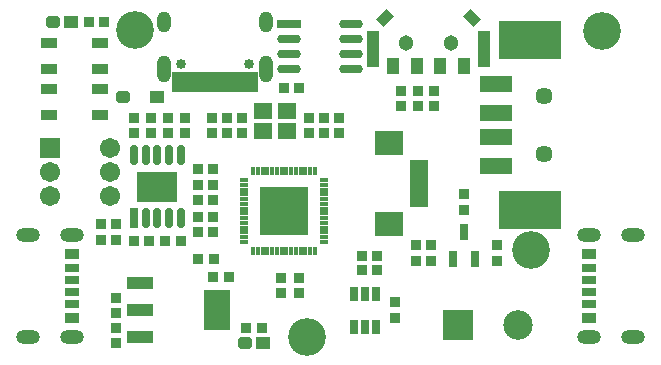
<source format=gts>
G04*
G04 #@! TF.GenerationSoftware,Altium Limited,Altium Designer,22.2.1 (43)*
G04*
G04 Layer_Color=8388736*
%FSLAX25Y25*%
%MOIN*%
G70*
G04*
G04 #@! TF.SameCoordinates,7E0105E5-CDA3-4412-BB16-D98C73C22E17*
G04*
G04*
G04 #@! TF.FilePolarity,Negative*
G04*
G01*
G75*
%ADD55R,0.03800X0.03800*%
G04:AMPARAMS|DCode=56|XSize=48mil|YSize=43mil|CornerRadius=0mil|HoleSize=0mil|Usage=FLASHONLY|Rotation=180.000|XOffset=0mil|YOffset=0mil|HoleType=Round|Shape=Octagon|*
%AMOCTAGOND56*
4,1,8,-0.02400,0.01075,-0.02400,-0.01075,-0.01325,-0.02150,0.01325,-0.02150,0.02400,-0.01075,0.02400,0.01075,0.01325,0.02150,-0.01325,0.02150,-0.02400,0.01075,0.0*
%
%ADD56OCTAGOND56*%

%ADD57R,0.04800X0.04300*%
%ADD58R,0.16148X0.16148*%
%ADD59R,0.01187X0.03018*%
%ADD60R,0.03018X0.01187*%
%ADD61R,0.03800X0.03800*%
%ADD62R,0.05120X0.03550*%
%ADD63R,0.05120X0.03160*%
%ADD64R,0.02965X0.06706*%
%ADD65O,0.02965X0.06706*%
%ADD66R,0.13398X0.09855*%
%ADD67R,0.02769X0.05524*%
%ADD68R,0.05918X0.01981*%
%ADD69R,0.09461X0.07887*%
%ADD70R,0.02572X0.04737*%
%ADD71R,0.03943X0.12211*%
%ADD72R,0.04337X0.05518*%
G04:AMPARAMS|DCode=73|XSize=51.24mil|YSize=35.5mil|CornerRadius=0mil|HoleSize=0mil|Usage=FLASHONLY|Rotation=45.000|XOffset=0mil|YOffset=0mil|HoleType=Round|Shape=Rectangle|*
%AMROTATEDRECTD73*
4,1,4,-0.00557,-0.03067,-0.03067,-0.00557,0.00557,0.03067,0.03067,0.00557,-0.00557,-0.03067,0.0*
%
%ADD73ROTATEDRECTD73*%

G04:AMPARAMS|DCode=74|XSize=51.24mil|YSize=35.5mil|CornerRadius=0mil|HoleSize=0mil|Usage=FLASHONLY|Rotation=315.000|XOffset=0mil|YOffset=0mil|HoleType=Round|Shape=Rectangle|*
%AMROTATEDRECTD74*
4,1,4,-0.03067,0.00557,-0.00557,0.03067,0.03067,-0.00557,0.00557,-0.03067,-0.03067,0.00557,0.0*
%
%ADD74ROTATEDRECTD74*%

%ADD75R,0.05918X0.05524*%
%ADD76R,0.08674X0.04147*%
%ADD77R,0.08674X0.13398*%
%ADD78R,0.04737X0.03950*%
G04:AMPARAMS|DCode=79|XSize=47.37mil|YSize=39.5mil|CornerRadius=0mil|HoleSize=0mil|Usage=FLASHONLY|Rotation=180.000|XOffset=0mil|YOffset=0mil|HoleType=Round|Shape=Octagon|*
%AMOCTAGOND79*
4,1,8,-0.02368,0.00987,-0.02368,-0.00987,-0.01381,-0.01975,0.01381,-0.01975,0.02368,-0.00987,0.02368,0.00987,0.01381,0.01975,-0.01381,0.01975,-0.02368,0.00987,0.0*
%
%ADD79OCTAGOND79*%

%ADD80R,0.01981X0.06706*%
%ADD81R,0.07887X0.02965*%
%ADD82O,0.07887X0.02965*%
%ADD83R,0.05524X0.03359*%
%ADD84R,0.10642X0.05524*%
%ADD85R,0.21076X0.12611*%
%ADD86O,0.07880X0.04730*%
%ADD87R,0.09855X0.09855*%
%ADD88C,0.09855*%
%ADD89C,0.05131*%
%ADD90C,0.06706*%
%ADD91R,0.06706X0.06706*%
%ADD92C,0.12611*%
%ADD93C,0.05721*%
%ADD94O,0.04737X0.09068*%
%ADD95O,0.04737X0.07099*%
%ADD96C,0.03359*%
D55*
X23118Y113000D02*
D03*
X18000D02*
D03*
X70441Y11000D02*
D03*
X75559D02*
D03*
X109000Y35000D02*
D03*
X114118D02*
D03*
X82882Y91000D02*
D03*
X88000D02*
D03*
X54289Y64000D02*
D03*
X59407D02*
D03*
X54289Y58775D02*
D03*
X59407D02*
D03*
X54289Y53549D02*
D03*
X59407D02*
D03*
X64559Y28000D02*
D03*
X59441D02*
D03*
X54441Y34000D02*
D03*
X59559D02*
D03*
X48614Y40033D02*
D03*
X43496D02*
D03*
X38118Y40000D02*
D03*
X33000D02*
D03*
X114142Y30382D02*
D03*
X109024D02*
D03*
D56*
X6000Y113000D02*
D03*
X70000Y6000D02*
D03*
D57*
X12000Y113000D02*
D03*
X76000Y6000D02*
D03*
D58*
X83000Y50001D02*
D03*
D59*
X72764Y63416D02*
D03*
X74338D02*
D03*
X75913D02*
D03*
X77488D02*
D03*
X79063D02*
D03*
X80638D02*
D03*
X82212D02*
D03*
X83787D02*
D03*
X85362D02*
D03*
X86937D02*
D03*
X88512D02*
D03*
X90086D02*
D03*
X91661D02*
D03*
X93236D02*
D03*
Y36585D02*
D03*
X91661D02*
D03*
X90086D02*
D03*
X88512D02*
D03*
X86937D02*
D03*
X85362D02*
D03*
X83787D02*
D03*
X82212D02*
D03*
X80638D02*
D03*
X79063D02*
D03*
X77488D02*
D03*
X75913D02*
D03*
X74338D02*
D03*
X72764D02*
D03*
D60*
X96415Y60237D02*
D03*
Y58662D02*
D03*
Y57087D02*
D03*
Y55513D02*
D03*
Y53938D02*
D03*
Y52363D02*
D03*
Y50788D02*
D03*
Y49213D02*
D03*
Y47639D02*
D03*
Y46064D02*
D03*
Y44489D02*
D03*
Y42914D02*
D03*
Y41339D02*
D03*
Y39765D02*
D03*
X69584D02*
D03*
Y41339D02*
D03*
Y42914D02*
D03*
Y44489D02*
D03*
Y46064D02*
D03*
Y47639D02*
D03*
Y49213D02*
D03*
Y50788D02*
D03*
Y52363D02*
D03*
Y53938D02*
D03*
Y55513D02*
D03*
Y57087D02*
D03*
Y58662D02*
D03*
Y60237D02*
D03*
D61*
X27000Y21118D02*
D03*
Y16000D02*
D03*
X143000Y50441D02*
D03*
Y55559D02*
D03*
X154000Y38535D02*
D03*
Y33417D02*
D03*
X132000Y38559D02*
D03*
Y33441D02*
D03*
X127000Y38559D02*
D03*
Y33441D02*
D03*
X88098Y22615D02*
D03*
Y27733D02*
D03*
X82098Y22615D02*
D03*
Y27733D02*
D03*
X120000Y19559D02*
D03*
Y14441D02*
D03*
X127500Y84882D02*
D03*
Y90000D02*
D03*
X122000Y84882D02*
D03*
Y90000D02*
D03*
X101485Y80976D02*
D03*
Y75858D02*
D03*
X96485Y81000D02*
D03*
Y75882D02*
D03*
X91485D02*
D03*
Y81000D02*
D03*
X69000D02*
D03*
Y75882D02*
D03*
X64000D02*
D03*
Y81000D02*
D03*
X59000D02*
D03*
Y75882D02*
D03*
X50000D02*
D03*
Y81000D02*
D03*
X44322Y75882D02*
D03*
Y81000D02*
D03*
X38678Y75858D02*
D03*
Y80976D02*
D03*
X33000Y75858D02*
D03*
Y80976D02*
D03*
X59348Y42882D02*
D03*
Y48000D02*
D03*
X54290Y42882D02*
D03*
Y48000D02*
D03*
X27000Y45559D02*
D03*
Y40441D02*
D03*
X22000Y45559D02*
D03*
Y40441D02*
D03*
X133000Y90000D02*
D03*
X27000Y11118D02*
D03*
X133000Y84882D02*
D03*
X27000Y6000D02*
D03*
D62*
X12480Y35630D02*
D03*
Y14370D02*
D03*
X184520D02*
D03*
Y35630D02*
D03*
D63*
X12480Y30910D02*
D03*
Y26970D02*
D03*
Y23030D02*
D03*
Y19090D02*
D03*
X184520D02*
D03*
Y23030D02*
D03*
Y26970D02*
D03*
Y30910D02*
D03*
D64*
X32897Y47642D02*
D03*
D65*
X36834D02*
D03*
X40771D02*
D03*
X48645D02*
D03*
X44708D02*
D03*
X32897Y68527D02*
D03*
X36834D02*
D03*
X48645D02*
D03*
X44708D02*
D03*
X40771D02*
D03*
D66*
Y58084D02*
D03*
D67*
X143000Y42910D02*
D03*
X146740Y33910D02*
D03*
X139260D02*
D03*
D68*
X127941Y52231D02*
D03*
Y66011D02*
D03*
Y64042D02*
D03*
Y62074D02*
D03*
Y60105D02*
D03*
Y58137D02*
D03*
Y56168D02*
D03*
Y54200D02*
D03*
D69*
X118110Y72507D02*
D03*
X118110Y45735D02*
D03*
D70*
X113740Y11500D02*
D03*
X110000D02*
D03*
X106260D02*
D03*
Y22500D02*
D03*
X110000D02*
D03*
X113740D02*
D03*
D71*
X149694Y104146D02*
D03*
X112686D02*
D03*
D72*
X127252Y98437D02*
D03*
X135126D02*
D03*
X119379D02*
D03*
X143001D02*
D03*
D73*
X116702Y114422D02*
D03*
D74*
X145678Y114423D02*
D03*
D75*
X84134Y83346D02*
D03*
X75866D02*
D03*
Y76653D02*
D03*
X84134D02*
D03*
D76*
X35000Y26055D02*
D03*
Y17000D02*
D03*
Y7945D02*
D03*
D77*
X60500Y17000D02*
D03*
D78*
X40512Y88000D02*
D03*
D79*
X29488D02*
D03*
D80*
X57047Y93079D02*
D03*
X60984D02*
D03*
X62953D02*
D03*
X59016D02*
D03*
X70039D02*
D03*
X51142D02*
D03*
X68858D02*
D03*
X49961D02*
D03*
X73189D02*
D03*
X72008D02*
D03*
X66890D02*
D03*
X64921D02*
D03*
X55079D02*
D03*
X53110D02*
D03*
X47992D02*
D03*
X46811D02*
D03*
D81*
X84665Y112500D02*
D03*
D82*
Y107500D02*
D03*
X105335D02*
D03*
Y102500D02*
D03*
X84665D02*
D03*
Y97500D02*
D03*
X105335Y112500D02*
D03*
Y97500D02*
D03*
D83*
X21638Y97461D02*
D03*
X4708D02*
D03*
Y90539D02*
D03*
X21638D02*
D03*
X4708Y82075D02*
D03*
X21638D02*
D03*
Y105925D02*
D03*
X4708D02*
D03*
D84*
X153568Y64866D02*
D03*
Y74709D02*
D03*
Y82583D02*
D03*
Y92425D02*
D03*
D85*
X164986Y50299D02*
D03*
Y106992D02*
D03*
D86*
X-2480Y7990D02*
D03*
Y42010D02*
D03*
X12480Y7990D02*
D03*
Y42010D02*
D03*
X199480D02*
D03*
Y7990D02*
D03*
X184520Y42010D02*
D03*
Y7990D02*
D03*
D87*
X141000Y12000D02*
D03*
D88*
X161000D02*
D03*
D89*
X123709Y106114D02*
D03*
X138669D02*
D03*
D90*
X24843Y55126D02*
D03*
X5158Y63000D02*
D03*
Y55126D02*
D03*
X24843Y70874D02*
D03*
Y63000D02*
D03*
D91*
X5158Y70874D02*
D03*
D92*
X33465Y110236D02*
D03*
X90551Y7874D02*
D03*
X165354Y37008D02*
D03*
X189126Y110126D02*
D03*
D93*
X169710Y69000D02*
D03*
Y88291D02*
D03*
D94*
X77028Y97173D02*
D03*
X42972D02*
D03*
D95*
X77028Y112921D02*
D03*
X42972D02*
D03*
D96*
X48622Y99142D02*
D03*
X71378D02*
D03*
M02*

</source>
